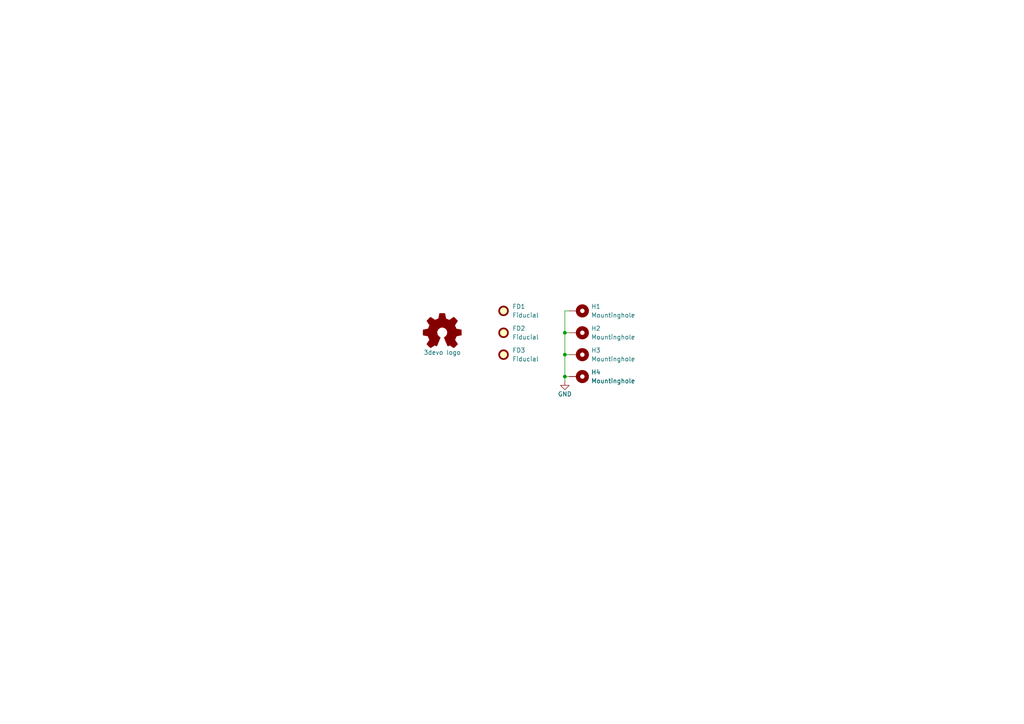
<source format=kicad_sch>
(kicad_sch (version 20211123) (generator eeschema)
  (paper "A4")
  (title_block (title "GD BLDC blower driver") (date "2019-03-11") (rev "v1.1") (company "3devo"))
  (lib_symbols
    (symbol "Graphic:Logo_Open_Hardware_Small" (pin_names (offset 1.016))
      (symbol "Logo_Open_Hardware_Small_0_1"
        (polyline (pts (xy 3.3528 -4.3434) (xy 3.302 -4.318) (xy 3.175 -4.2418) (xy 2.9972 -4.1148) (xy 2.7686 -3.9624) (xy 2.54 -3.81) (xy 2.3622 -3.7084) (xy 2.2352 -3.6068) (xy 2.1844 -3.5814) (xy 2.159 -3.6068) (xy 2.0574 -3.6576) (xy 1.905 -3.7338) (xy 1.8034 -3.7846) (xy 1.6764 -3.8354) (xy 1.6002 -3.8354) (xy 1.6002 -3.8354) (xy 1.5494 -3.7338) (xy 1.4732 -3.5306) (xy 1.3462 -3.302) (xy 1.2446 -3.0226) (xy 1.1176 -2.7178) (xy 0.9652 -2.413) (xy 0.8636 -2.1082) (xy 0.7366 -1.8288) (xy 0.6604 -1.6256) (xy 0.6096 -1.4732) (xy 0.5842 -1.397) (xy 0.5842 -1.397) (xy 0.6604 -1.3208) (xy 0.7874 -1.2446) (xy 1.0414 -1.016) (xy 1.2954 -0.6858) (xy 1.4478 -0.3302) (xy 1.524 0.0762) (xy 1.4732 0.4572) (xy 1.3208 0.8128) (xy 1.0668 1.143) (xy 0.762 1.3716) (xy 0.4064 1.524) (xy 0 1.5748) (xy -0.381 1.5494) (xy -0.7366 1.397) (xy -1.0668 1.143) (xy -1.2192 0.9906) (xy -1.397 0.6604) (xy -1.524 0.3048) (xy -1.524 0.2286) (xy -1.4986 -0.1778) (xy -1.397 -0.5334) (xy -1.1938 -0.8636) (xy -0.9144 -1.143) (xy -0.8636 -1.1684) (xy -0.7366 -1.27) (xy -0.635 -1.3462) (xy -0.5842 -1.397) (xy -1.0668 -2.5908) (xy -1.143 -2.794) (xy -1.2954 -3.1242) (xy -1.397 -3.4036) (xy -1.4986 -3.6322) (xy -1.5748 -3.7846) (xy -1.6002 -3.8354) (xy -1.6002 -3.8354) (xy -1.651 -3.8354) (xy -1.7272 -3.81) (xy -1.905 -3.7338) (xy -2.0066 -3.683) (xy -2.1336 -3.6068) (xy -2.2098 -3.5814) (xy -2.2606 -3.6068) (xy -2.3622 -3.683) (xy -2.54 -3.81) (xy -2.7686 -3.9624) (xy -2.9718 -4.0894) (xy -3.1496 -4.2164) (xy -3.302 -4.318) (xy -3.3528 -4.3434) (xy -3.3782 -4.3434) (xy -3.429 -4.318) (xy -3.5306 -4.2164) (xy -3.7084 -4.064) (xy -3.937 -3.8354) (xy -3.9624 -3.81) (xy -4.1656 -3.6068) (xy -4.318 -3.4544) (xy -4.4196 -3.3274) (xy -4.445 -3.2766) (xy -4.445 -3.2766) (xy -4.4196 -3.2258) (xy -4.318 -3.0734) (xy -4.2164 -2.8956) (xy -4.064 -2.667) (xy -3.6576 -2.0828) (xy -3.8862 -1.5494) (xy -3.937 -1.3716) (xy -4.0386 -1.1684) (xy -4.0894 -1.0414) (xy -4.1148 -0.9652) (xy -4.191 -0.9398) (xy -4.318 -0.9144) (xy -4.5466 -0.8636) (xy -4.8006 -0.8128) (xy -5.0546 -0.7874) (xy -5.2578 -0.7366) (xy -5.4356 -0.7112) (xy -5.5118 -0.6858) (xy -5.5118 -0.6858) (xy -5.5372 -0.635) (xy -5.5372 -0.5588) (xy -5.5372 -0.4318) (xy -5.5626 -0.2286) (xy -5.5626 0.0762) (xy -5.5626 0.127) (xy -5.5372 0.4064) (xy -5.5372 0.635) (xy -5.5372 0.762) (xy -5.5372 0.8382) (xy -5.5372 0.8382) (xy -5.461 0.8382) (xy -5.3086 0.889) (xy -5.08 0.9144) (xy -4.826 0.9652) (xy -4.8006 0.9906) (xy -4.5466 1.0414) (xy -4.318 1.0668) (xy -4.1656 1.1176) (xy -4.0894 1.143) (xy -4.0894 1.143) (xy -4.0386 1.2446) (xy -3.9624 1.4224) (xy -3.8608 1.6256) (xy -3.7846 1.8288) (xy -3.7084 2.0066) (xy -3.6576 2.159) (xy -3.6322 2.2098) (xy -3.6322 2.2098) (xy -3.683 2.286) (xy -3.7592 2.413) (xy -3.8862 2.5908) (xy -4.064 2.8194) (xy -4.064 2.8448) (xy -4.2164 3.0734) (xy -4.3434 3.2512) (xy -4.4196 3.3782) (xy -4.445 3.4544) (xy -4.445 3.4544) (xy -4.3942 3.5052) (xy -4.2926 3.6322) (xy -4.1148 3.81) (xy -3.937 4.0132) (xy -3.8608 4.064) (xy -3.6576 4.2926) (xy -3.5052 4.4196) (xy -3.4036 4.4958) (xy -3.3528 4.5212) (xy -3.3528 4.5212) (xy -3.302 4.4704) (xy -3.1496 4.3688) (xy -2.9718 4.2418) (xy -2.7432 4.0894) (xy -2.7178 4.0894) (xy -2.4892 3.937) (xy -2.3114 3.81) (xy -2.1844 3.7084) (xy -2.1336 3.683) (xy -2.1082 3.683) (xy -2.032 3.7084) (xy -1.8542 3.7592) (xy -1.6764 3.8354) (xy -1.4732 3.937) (xy -1.27 4.0132) (xy -1.143 4.064) (xy -1.0668 4.1148) (xy -1.0668 4.1148) (xy -1.0414 4.191) (xy -1.016 4.3434) (xy -0.9652 4.572) (xy -0.9144 4.8514) (xy -0.889 4.9022) (xy -0.8382 5.1562) (xy -0.8128 5.3848) (xy -0.7874 5.5372) (xy -0.762 5.588) (xy -0.7112 5.6134) (xy -0.5842 5.6134) (xy -0.4064 5.6134) (xy -0.1524 5.6134) (xy 0.0762 5.6134) (xy 0.3302 5.6134) (xy 0.5334 5.6134) (xy 0.6858 5.588) (xy 0.7366 5.588) (xy 0.7366 5.588) (xy 0.762 5.5118) (xy 0.8128 5.334) (xy 0.8382 5.1054) (xy 0.9144 4.826) (xy 0.9144 4.7752) (xy 0.9652 4.5212) (xy 1.016 4.2926) (xy 1.0414 4.1402) (xy 1.0668 4.0894) (xy 1.0668 4.0894) (xy 1.1938 4.0386) (xy 1.3716 3.9624) (xy 1.5748 3.8608) (xy 2.0828 3.6576) (xy 2.7178 4.0894) (xy 2.7686 4.1402) (xy 2.9972 4.2926) (xy 3.175 4.4196) (xy 3.302 4.4958) (xy 3.3782 4.5212) (xy 3.3782 4.5212) (xy 3.429 4.4704) (xy 3.556 4.3434) (xy 3.7338 4.191) (xy 3.9116 3.9878) (xy 4.064 3.8354) (xy 4.2418 3.6576) (xy 4.3434 3.556) (xy 4.4196 3.4798) (xy 4.4196 3.429) (xy 4.4196 3.4036) (xy 4.3942 3.3274) (xy 4.2926 3.2004) (xy 4.1656 2.9972) (xy 4.0132 2.794) (xy 3.8862 2.5908) (xy 3.7592 2.3876) (xy 3.6576 2.2352) (xy 3.6322 2.159) (xy 3.6322 2.1336) (xy 3.683 2.0066) (xy 3.7592 1.8288) (xy 3.8608 1.6002) (xy 4.064 1.1176) (xy 4.3942 1.0414) (xy 4.5974 1.016) (xy 4.8768 0.9652) (xy 5.1308 0.9144) (xy 5.5372 0.8382) (xy 5.5626 -0.6604) (xy 5.4864 -0.6858) (xy 5.4356 -0.6858) (xy 5.2832 -0.7366) (xy 5.0546 -0.762) (xy 4.8006 -0.8128) (xy 4.5974 -0.8636) (xy 4.3688 -0.9144) (xy 4.2164 -0.9398) (xy 4.1402 -0.9398) (xy 4.1148 -0.9652) (xy 4.064 -1.0668) (xy 3.9878 -1.2446) (xy 3.9116 -1.4478) (xy 3.81 -1.651) (xy 3.7338 -1.8542) (xy 3.683 -2.0066) (xy 3.6576 -2.0828) (xy 3.683 -2.1336) (xy 3.7846 -2.2606) (xy 3.8862 -2.4638) (xy 4.0386 -2.667) (xy 4.191 -2.8956) (xy 4.318 -3.0734) (xy 4.3942 -3.2004) (xy 4.445 -3.2766) (xy 4.4196 -3.3274) (xy 4.3434 -3.429) (xy 4.1656 -3.5814) (xy 3.937 -3.8354) (xy 3.8862 -3.8608) (xy 3.683 -4.064) (xy 3.5306 -4.2164) (xy 3.4036 -4.318) (xy 3.3528 -4.3434)) (fill (type outline)))
      )
    )
    (symbol "Mechanical:Fiducial"
      (property "Reference" "FID" (at 0 5.08 0))
      (property "Value" "Fiducial" (at 0 3.175 0))
      (symbol "Fiducial_0_1"
        (circle (center 0 0) (radius 1.27) (stroke (width 0.508)) (fill (type background)))
      )
    )
    (symbol "Mechanical:MountingHole_Pad" (pin_numbers hide) (pin_names (offset 1.016) hide)
      (property "Reference" "H" (at 0 6.35 0))
      (property "Value" "MountingHole_Pad" (at 0 4.445 0))
      (symbol "MountingHole_Pad_0_1"
        (circle (center 0 1.27) (radius 1.27) (stroke (width 1.27)))
      )
      (symbol "MountingHole_Pad_1_1"
        (pin input line (at 0 -2.54 90) (length 2.54) (name "1") (number "1"))
      )
    )
    (symbol "power:GND" (power) (pin_names (offset 0))
      (property "Value" "GND" (at 0 -3.81 0))
      (symbol "GND_0_1"
        (polyline (pts (xy 0 0) (xy 0 -1.27) (xy 1.27 -1.27) (xy 0 -2.54) (xy -1.27 -1.27) (xy 0 -1.27)))
      )
      (symbol "GND_1_1"
        (pin power_in line (at 0 0 270) (length 0) hide (name "GND") (number "1"))
      )
    )
  )
  (junction (at 163.83 102.87))
  (junction (at 163.83 96.52))
  (junction (at 163.83 109.22))
  (wire (pts (xy 163.83 96.52) (xy 163.83 90.17)))
  (wire (pts (xy 163.83 102.87) (xy 163.83 96.52)))
  (wire (pts (xy 163.83 109.22) (xy 165.1 109.22)))
  (wire (pts (xy 163.83 102.87) (xy 165.1 102.87)))
  (wire (pts (xy 163.83 110.49) (xy 163.83 109.22)))
  (wire (pts (xy 163.83 109.22) (xy 163.83 102.87)))
  (wire (pts (xy 163.83 96.52) (xy 165.1 96.52)))
  (wire (pts (xy 163.83 90.17) (xy 165.1 90.17)))
  (symbol (lib_id "Mechanical:MountingHole_Pad") (at 167.64 96.52 270) (unit 1)
    (property "Reference" "H2" (at 171.45 95.25 90) (effects (justify left)))
    (property "Value" "Mountinghole" (at 171.45 97.79 90) (effects (justify left)))
    (property "Footprint" "MountingHole:MountingHole_3.2mm_M3_ISO14580_Pad" (effects hide))
    (property "Config" "dnp" (effects hide))
  )
  (symbol (lib_id "Mechanical:MountingHole_Pad") (at 167.64 90.17 270) (unit 1)
    (property "Reference" "H1" (at 171.45 88.9 90) (effects (justify left)))
    (property "Value" "Mountinghole" (at 171.45 91.44 90) (effects (justify left)))
    (property "Footprint" "MountingHole:MountingHole_3.2mm_M3_ISO14580_Pad" (effects hide))
    (property "Config" "dnp" (effects hide))
  )
  (symbol (lib_id "Mechanical:MountingHole_Pad") (at 167.64 109.22 270) (unit 1)
    (property "Reference" "H4" (at 171.45 107.95 90) (effects (justify left)))
    (property "Value" "Mountinghole" (at 171.45 110.49 90) (effects (justify left)))
    (property "Footprint" "MountingHole:MountingHole_3.2mm_M3_ISO14580_Pad" (effects hide))
    (property "Config" "dnp" (effects hide))
  )
  (symbol (lib_id "Mechanical:Fiducial") (at 146.05 90.17 0) (unit 1)
    (property "Reference" "FD1" (at 148.59 88.8999 0) (effects (justify left)))
    (property "Value" "Fiducial" (at 148.59 91.4399 0) (effects (justify left)))
    (property "Footprint" "Fiducial:Fiducial_1mm_Mask2mm" (effects hide))
    (property "Config" "dnp" (effects hide))
  )
  (symbol (lib_id "Graphic:Logo_Open_Hardware_Small") (at 128.27 96.52 0) (unit 1)
    (property "Reference" "X1" (effects hide))
    (property "Value" "3devo logo" (at 128.27 102.235 0))
    (property "Footprint" "3devo_footprints:logo_3devo_23mm" (effects hide))
    (property "Config" "dnp" (effects hide))
  )
  (symbol (lib_id "Mechanical:Fiducial") (at 146.05 96.52 0) (unit 1)
    (property "Reference" "FD2" (at 148.59 95.2499 0) (effects (justify left)))
    (property "Value" "Fiducial" (at 148.59 97.7899 0) (effects (justify left)))
    (property "Footprint" "Fiducial:Fiducial_1mm_Mask2mm" (effects hide))
    (property "Config" "dnp" (effects hide))
  )
  (symbol (lib_id "Mechanical:MountingHole_Pad") (at 167.64 102.87 270) (unit 1)
    (property "Reference" "H3" (at 171.45 101.6 90) (effects (justify left)))
    (property "Value" "Mountinghole" (at 171.45 104.14 90) (effects (justify left)))
    (property "Footprint" "MountingHole:MountingHole_3.2mm_M3_ISO14580_Pad" (effects hide))
    (property "Config" "dnp" (effects hide))
  )
  (symbol (lib_id "Mechanical:Fiducial") (at 146.05 102.87 0) (unit 1)
    (property "Reference" "FD3" (at 148.59 101.5999 0) (effects (justify left)))
    (property "Value" "Fiducial" (at 148.59 104.1399 0) (effects (justify left)))
    (property "Footprint" "Fiducial:Fiducial_1mm_Mask2mm" (effects hide))
    (property "Config" "dnp" (effects hide))
  )
  (symbol (lib_id "power:GND") (at 163.83 110.49 0) (unit 1)
    (property "Reference" "#PWR0128" (effects hide))
    (property "Value" "GND" (at 163.83 114.3 0))
  )
)
</source>
